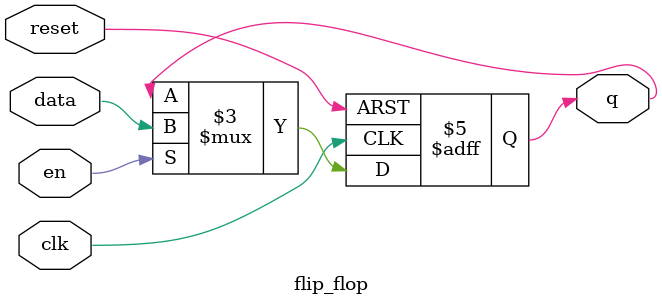
<source format=sv>
module flip_flop(
    input logic data,
    input logic clk,
    input logic reset,
    input logic en, // enable
    output logic q  // output
);

  always @(posedge clk or negedge reset) begin
    if (!reset)
      q <= 0; // Reset 
    else if (en)
      q <= data; // Assign
  end

endmodule

</source>
